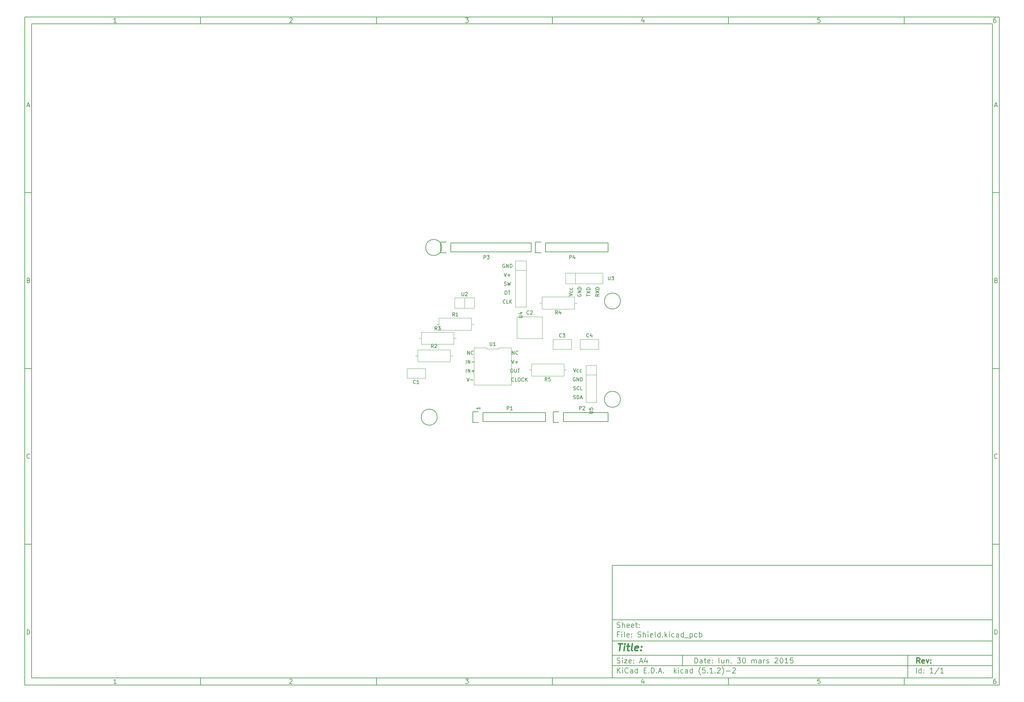
<source format=gbr>
G04 #@! TF.GenerationSoftware,KiCad,Pcbnew,(5.1.2)-2*
G04 #@! TF.CreationDate,2021-03-26T10:36:20+01:00*
G04 #@! TF.ProjectId,Shield,53686965-6c64-42e6-9b69-6361645f7063,rev?*
G04 #@! TF.SameCoordinates,Original*
G04 #@! TF.FileFunction,Legend,Top*
G04 #@! TF.FilePolarity,Positive*
%FSLAX46Y46*%
G04 Gerber Fmt 4.6, Leading zero omitted, Abs format (unit mm)*
G04 Created by KiCad (PCBNEW (5.1.2)-2) date 2021-03-26 10:36:20*
%MOMM*%
%LPD*%
G04 APERTURE LIST*
%ADD10C,0.100000*%
%ADD11C,0.150000*%
%ADD12C,0.300000*%
%ADD13C,0.400000*%
%ADD14C,0.120000*%
G04 APERTURE END LIST*
D10*
D11*
X177002200Y-166007200D02*
X177002200Y-198007200D01*
X285002200Y-198007200D01*
X285002200Y-166007200D01*
X177002200Y-166007200D01*
D10*
D11*
X10000000Y-10000000D02*
X10000000Y-200007200D01*
X287002200Y-200007200D01*
X287002200Y-10000000D01*
X10000000Y-10000000D01*
D10*
D11*
X12000000Y-12000000D02*
X12000000Y-198007200D01*
X285002200Y-198007200D01*
X285002200Y-12000000D01*
X12000000Y-12000000D01*
D10*
D11*
X60000000Y-12000000D02*
X60000000Y-10000000D01*
D10*
D11*
X110000000Y-12000000D02*
X110000000Y-10000000D01*
D10*
D11*
X160000000Y-12000000D02*
X160000000Y-10000000D01*
D10*
D11*
X210000000Y-12000000D02*
X210000000Y-10000000D01*
D10*
D11*
X260000000Y-12000000D02*
X260000000Y-10000000D01*
D10*
D11*
X36065476Y-11588095D02*
X35322619Y-11588095D01*
X35694047Y-11588095D02*
X35694047Y-10288095D01*
X35570238Y-10473809D01*
X35446428Y-10597619D01*
X35322619Y-10659523D01*
D10*
D11*
X85322619Y-10411904D02*
X85384523Y-10350000D01*
X85508333Y-10288095D01*
X85817857Y-10288095D01*
X85941666Y-10350000D01*
X86003571Y-10411904D01*
X86065476Y-10535714D01*
X86065476Y-10659523D01*
X86003571Y-10845238D01*
X85260714Y-11588095D01*
X86065476Y-11588095D01*
D10*
D11*
X135260714Y-10288095D02*
X136065476Y-10288095D01*
X135632142Y-10783333D01*
X135817857Y-10783333D01*
X135941666Y-10845238D01*
X136003571Y-10907142D01*
X136065476Y-11030952D01*
X136065476Y-11340476D01*
X136003571Y-11464285D01*
X135941666Y-11526190D01*
X135817857Y-11588095D01*
X135446428Y-11588095D01*
X135322619Y-11526190D01*
X135260714Y-11464285D01*
D10*
D11*
X185941666Y-10721428D02*
X185941666Y-11588095D01*
X185632142Y-10226190D02*
X185322619Y-11154761D01*
X186127380Y-11154761D01*
D10*
D11*
X236003571Y-10288095D02*
X235384523Y-10288095D01*
X235322619Y-10907142D01*
X235384523Y-10845238D01*
X235508333Y-10783333D01*
X235817857Y-10783333D01*
X235941666Y-10845238D01*
X236003571Y-10907142D01*
X236065476Y-11030952D01*
X236065476Y-11340476D01*
X236003571Y-11464285D01*
X235941666Y-11526190D01*
X235817857Y-11588095D01*
X235508333Y-11588095D01*
X235384523Y-11526190D01*
X235322619Y-11464285D01*
D10*
D11*
X285941666Y-10288095D02*
X285694047Y-10288095D01*
X285570238Y-10350000D01*
X285508333Y-10411904D01*
X285384523Y-10597619D01*
X285322619Y-10845238D01*
X285322619Y-11340476D01*
X285384523Y-11464285D01*
X285446428Y-11526190D01*
X285570238Y-11588095D01*
X285817857Y-11588095D01*
X285941666Y-11526190D01*
X286003571Y-11464285D01*
X286065476Y-11340476D01*
X286065476Y-11030952D01*
X286003571Y-10907142D01*
X285941666Y-10845238D01*
X285817857Y-10783333D01*
X285570238Y-10783333D01*
X285446428Y-10845238D01*
X285384523Y-10907142D01*
X285322619Y-11030952D01*
D10*
D11*
X60000000Y-198007200D02*
X60000000Y-200007200D01*
D10*
D11*
X110000000Y-198007200D02*
X110000000Y-200007200D01*
D10*
D11*
X160000000Y-198007200D02*
X160000000Y-200007200D01*
D10*
D11*
X210000000Y-198007200D02*
X210000000Y-200007200D01*
D10*
D11*
X260000000Y-198007200D02*
X260000000Y-200007200D01*
D10*
D11*
X36065476Y-199595295D02*
X35322619Y-199595295D01*
X35694047Y-199595295D02*
X35694047Y-198295295D01*
X35570238Y-198481009D01*
X35446428Y-198604819D01*
X35322619Y-198666723D01*
D10*
D11*
X85322619Y-198419104D02*
X85384523Y-198357200D01*
X85508333Y-198295295D01*
X85817857Y-198295295D01*
X85941666Y-198357200D01*
X86003571Y-198419104D01*
X86065476Y-198542914D01*
X86065476Y-198666723D01*
X86003571Y-198852438D01*
X85260714Y-199595295D01*
X86065476Y-199595295D01*
D10*
D11*
X135260714Y-198295295D02*
X136065476Y-198295295D01*
X135632142Y-198790533D01*
X135817857Y-198790533D01*
X135941666Y-198852438D01*
X136003571Y-198914342D01*
X136065476Y-199038152D01*
X136065476Y-199347676D01*
X136003571Y-199471485D01*
X135941666Y-199533390D01*
X135817857Y-199595295D01*
X135446428Y-199595295D01*
X135322619Y-199533390D01*
X135260714Y-199471485D01*
D10*
D11*
X185941666Y-198728628D02*
X185941666Y-199595295D01*
X185632142Y-198233390D02*
X185322619Y-199161961D01*
X186127380Y-199161961D01*
D10*
D11*
X236003571Y-198295295D02*
X235384523Y-198295295D01*
X235322619Y-198914342D01*
X235384523Y-198852438D01*
X235508333Y-198790533D01*
X235817857Y-198790533D01*
X235941666Y-198852438D01*
X236003571Y-198914342D01*
X236065476Y-199038152D01*
X236065476Y-199347676D01*
X236003571Y-199471485D01*
X235941666Y-199533390D01*
X235817857Y-199595295D01*
X235508333Y-199595295D01*
X235384523Y-199533390D01*
X235322619Y-199471485D01*
D10*
D11*
X285941666Y-198295295D02*
X285694047Y-198295295D01*
X285570238Y-198357200D01*
X285508333Y-198419104D01*
X285384523Y-198604819D01*
X285322619Y-198852438D01*
X285322619Y-199347676D01*
X285384523Y-199471485D01*
X285446428Y-199533390D01*
X285570238Y-199595295D01*
X285817857Y-199595295D01*
X285941666Y-199533390D01*
X286003571Y-199471485D01*
X286065476Y-199347676D01*
X286065476Y-199038152D01*
X286003571Y-198914342D01*
X285941666Y-198852438D01*
X285817857Y-198790533D01*
X285570238Y-198790533D01*
X285446428Y-198852438D01*
X285384523Y-198914342D01*
X285322619Y-199038152D01*
D10*
D11*
X10000000Y-60000000D02*
X12000000Y-60000000D01*
D10*
D11*
X10000000Y-110000000D02*
X12000000Y-110000000D01*
D10*
D11*
X10000000Y-160000000D02*
X12000000Y-160000000D01*
D10*
D11*
X10690476Y-35216666D02*
X11309523Y-35216666D01*
X10566666Y-35588095D02*
X11000000Y-34288095D01*
X11433333Y-35588095D01*
D10*
D11*
X11092857Y-84907142D02*
X11278571Y-84969047D01*
X11340476Y-85030952D01*
X11402380Y-85154761D01*
X11402380Y-85340476D01*
X11340476Y-85464285D01*
X11278571Y-85526190D01*
X11154761Y-85588095D01*
X10659523Y-85588095D01*
X10659523Y-84288095D01*
X11092857Y-84288095D01*
X11216666Y-84350000D01*
X11278571Y-84411904D01*
X11340476Y-84535714D01*
X11340476Y-84659523D01*
X11278571Y-84783333D01*
X11216666Y-84845238D01*
X11092857Y-84907142D01*
X10659523Y-84907142D01*
D10*
D11*
X11402380Y-135464285D02*
X11340476Y-135526190D01*
X11154761Y-135588095D01*
X11030952Y-135588095D01*
X10845238Y-135526190D01*
X10721428Y-135402380D01*
X10659523Y-135278571D01*
X10597619Y-135030952D01*
X10597619Y-134845238D01*
X10659523Y-134597619D01*
X10721428Y-134473809D01*
X10845238Y-134350000D01*
X11030952Y-134288095D01*
X11154761Y-134288095D01*
X11340476Y-134350000D01*
X11402380Y-134411904D01*
D10*
D11*
X10659523Y-185588095D02*
X10659523Y-184288095D01*
X10969047Y-184288095D01*
X11154761Y-184350000D01*
X11278571Y-184473809D01*
X11340476Y-184597619D01*
X11402380Y-184845238D01*
X11402380Y-185030952D01*
X11340476Y-185278571D01*
X11278571Y-185402380D01*
X11154761Y-185526190D01*
X10969047Y-185588095D01*
X10659523Y-185588095D01*
D10*
D11*
X287002200Y-60000000D02*
X285002200Y-60000000D01*
D10*
D11*
X287002200Y-110000000D02*
X285002200Y-110000000D01*
D10*
D11*
X287002200Y-160000000D02*
X285002200Y-160000000D01*
D10*
D11*
X285692676Y-35216666D02*
X286311723Y-35216666D01*
X285568866Y-35588095D02*
X286002200Y-34288095D01*
X286435533Y-35588095D01*
D10*
D11*
X286095057Y-84907142D02*
X286280771Y-84969047D01*
X286342676Y-85030952D01*
X286404580Y-85154761D01*
X286404580Y-85340476D01*
X286342676Y-85464285D01*
X286280771Y-85526190D01*
X286156961Y-85588095D01*
X285661723Y-85588095D01*
X285661723Y-84288095D01*
X286095057Y-84288095D01*
X286218866Y-84350000D01*
X286280771Y-84411904D01*
X286342676Y-84535714D01*
X286342676Y-84659523D01*
X286280771Y-84783333D01*
X286218866Y-84845238D01*
X286095057Y-84907142D01*
X285661723Y-84907142D01*
D10*
D11*
X286404580Y-135464285D02*
X286342676Y-135526190D01*
X286156961Y-135588095D01*
X286033152Y-135588095D01*
X285847438Y-135526190D01*
X285723628Y-135402380D01*
X285661723Y-135278571D01*
X285599819Y-135030952D01*
X285599819Y-134845238D01*
X285661723Y-134597619D01*
X285723628Y-134473809D01*
X285847438Y-134350000D01*
X286033152Y-134288095D01*
X286156961Y-134288095D01*
X286342676Y-134350000D01*
X286404580Y-134411904D01*
D10*
D11*
X285661723Y-185588095D02*
X285661723Y-184288095D01*
X285971247Y-184288095D01*
X286156961Y-184350000D01*
X286280771Y-184473809D01*
X286342676Y-184597619D01*
X286404580Y-184845238D01*
X286404580Y-185030952D01*
X286342676Y-185278571D01*
X286280771Y-185402380D01*
X286156961Y-185526190D01*
X285971247Y-185588095D01*
X285661723Y-185588095D01*
D10*
D11*
X200434342Y-193785771D02*
X200434342Y-192285771D01*
X200791485Y-192285771D01*
X201005771Y-192357200D01*
X201148628Y-192500057D01*
X201220057Y-192642914D01*
X201291485Y-192928628D01*
X201291485Y-193142914D01*
X201220057Y-193428628D01*
X201148628Y-193571485D01*
X201005771Y-193714342D01*
X200791485Y-193785771D01*
X200434342Y-193785771D01*
X202577200Y-193785771D02*
X202577200Y-193000057D01*
X202505771Y-192857200D01*
X202362914Y-192785771D01*
X202077200Y-192785771D01*
X201934342Y-192857200D01*
X202577200Y-193714342D02*
X202434342Y-193785771D01*
X202077200Y-193785771D01*
X201934342Y-193714342D01*
X201862914Y-193571485D01*
X201862914Y-193428628D01*
X201934342Y-193285771D01*
X202077200Y-193214342D01*
X202434342Y-193214342D01*
X202577200Y-193142914D01*
X203077200Y-192785771D02*
X203648628Y-192785771D01*
X203291485Y-192285771D02*
X203291485Y-193571485D01*
X203362914Y-193714342D01*
X203505771Y-193785771D01*
X203648628Y-193785771D01*
X204720057Y-193714342D02*
X204577200Y-193785771D01*
X204291485Y-193785771D01*
X204148628Y-193714342D01*
X204077200Y-193571485D01*
X204077200Y-193000057D01*
X204148628Y-192857200D01*
X204291485Y-192785771D01*
X204577200Y-192785771D01*
X204720057Y-192857200D01*
X204791485Y-193000057D01*
X204791485Y-193142914D01*
X204077200Y-193285771D01*
X205434342Y-193642914D02*
X205505771Y-193714342D01*
X205434342Y-193785771D01*
X205362914Y-193714342D01*
X205434342Y-193642914D01*
X205434342Y-193785771D01*
X205434342Y-192857200D02*
X205505771Y-192928628D01*
X205434342Y-193000057D01*
X205362914Y-192928628D01*
X205434342Y-192857200D01*
X205434342Y-193000057D01*
X207505771Y-193785771D02*
X207362914Y-193714342D01*
X207291485Y-193571485D01*
X207291485Y-192285771D01*
X208720057Y-192785771D02*
X208720057Y-193785771D01*
X208077200Y-192785771D02*
X208077200Y-193571485D01*
X208148628Y-193714342D01*
X208291485Y-193785771D01*
X208505771Y-193785771D01*
X208648628Y-193714342D01*
X208720057Y-193642914D01*
X209434342Y-192785771D02*
X209434342Y-193785771D01*
X209434342Y-192928628D02*
X209505771Y-192857200D01*
X209648628Y-192785771D01*
X209862914Y-192785771D01*
X210005771Y-192857200D01*
X210077200Y-193000057D01*
X210077200Y-193785771D01*
X210791485Y-193642914D02*
X210862914Y-193714342D01*
X210791485Y-193785771D01*
X210720057Y-193714342D01*
X210791485Y-193642914D01*
X210791485Y-193785771D01*
X212505771Y-192285771D02*
X213434342Y-192285771D01*
X212934342Y-192857200D01*
X213148628Y-192857200D01*
X213291485Y-192928628D01*
X213362914Y-193000057D01*
X213434342Y-193142914D01*
X213434342Y-193500057D01*
X213362914Y-193642914D01*
X213291485Y-193714342D01*
X213148628Y-193785771D01*
X212720057Y-193785771D01*
X212577200Y-193714342D01*
X212505771Y-193642914D01*
X214362914Y-192285771D02*
X214505771Y-192285771D01*
X214648628Y-192357200D01*
X214720057Y-192428628D01*
X214791485Y-192571485D01*
X214862914Y-192857200D01*
X214862914Y-193214342D01*
X214791485Y-193500057D01*
X214720057Y-193642914D01*
X214648628Y-193714342D01*
X214505771Y-193785771D01*
X214362914Y-193785771D01*
X214220057Y-193714342D01*
X214148628Y-193642914D01*
X214077200Y-193500057D01*
X214005771Y-193214342D01*
X214005771Y-192857200D01*
X214077200Y-192571485D01*
X214148628Y-192428628D01*
X214220057Y-192357200D01*
X214362914Y-192285771D01*
X216648628Y-193785771D02*
X216648628Y-192785771D01*
X216648628Y-192928628D02*
X216720057Y-192857200D01*
X216862914Y-192785771D01*
X217077200Y-192785771D01*
X217220057Y-192857200D01*
X217291485Y-193000057D01*
X217291485Y-193785771D01*
X217291485Y-193000057D02*
X217362914Y-192857200D01*
X217505771Y-192785771D01*
X217720057Y-192785771D01*
X217862914Y-192857200D01*
X217934342Y-193000057D01*
X217934342Y-193785771D01*
X219291485Y-193785771D02*
X219291485Y-193000057D01*
X219220057Y-192857200D01*
X219077200Y-192785771D01*
X218791485Y-192785771D01*
X218648628Y-192857200D01*
X219291485Y-193714342D02*
X219148628Y-193785771D01*
X218791485Y-193785771D01*
X218648628Y-193714342D01*
X218577200Y-193571485D01*
X218577200Y-193428628D01*
X218648628Y-193285771D01*
X218791485Y-193214342D01*
X219148628Y-193214342D01*
X219291485Y-193142914D01*
X220005771Y-193785771D02*
X220005771Y-192785771D01*
X220005771Y-193071485D02*
X220077200Y-192928628D01*
X220148628Y-192857200D01*
X220291485Y-192785771D01*
X220434342Y-192785771D01*
X220862914Y-193714342D02*
X221005771Y-193785771D01*
X221291485Y-193785771D01*
X221434342Y-193714342D01*
X221505771Y-193571485D01*
X221505771Y-193500057D01*
X221434342Y-193357200D01*
X221291485Y-193285771D01*
X221077200Y-193285771D01*
X220934342Y-193214342D01*
X220862914Y-193071485D01*
X220862914Y-193000057D01*
X220934342Y-192857200D01*
X221077200Y-192785771D01*
X221291485Y-192785771D01*
X221434342Y-192857200D01*
X223220057Y-192428628D02*
X223291485Y-192357200D01*
X223434342Y-192285771D01*
X223791485Y-192285771D01*
X223934342Y-192357200D01*
X224005771Y-192428628D01*
X224077200Y-192571485D01*
X224077200Y-192714342D01*
X224005771Y-192928628D01*
X223148628Y-193785771D01*
X224077200Y-193785771D01*
X225005771Y-192285771D02*
X225148628Y-192285771D01*
X225291485Y-192357200D01*
X225362914Y-192428628D01*
X225434342Y-192571485D01*
X225505771Y-192857200D01*
X225505771Y-193214342D01*
X225434342Y-193500057D01*
X225362914Y-193642914D01*
X225291485Y-193714342D01*
X225148628Y-193785771D01*
X225005771Y-193785771D01*
X224862914Y-193714342D01*
X224791485Y-193642914D01*
X224720057Y-193500057D01*
X224648628Y-193214342D01*
X224648628Y-192857200D01*
X224720057Y-192571485D01*
X224791485Y-192428628D01*
X224862914Y-192357200D01*
X225005771Y-192285771D01*
X226934342Y-193785771D02*
X226077200Y-193785771D01*
X226505771Y-193785771D02*
X226505771Y-192285771D01*
X226362914Y-192500057D01*
X226220057Y-192642914D01*
X226077200Y-192714342D01*
X228291485Y-192285771D02*
X227577200Y-192285771D01*
X227505771Y-193000057D01*
X227577200Y-192928628D01*
X227720057Y-192857200D01*
X228077200Y-192857200D01*
X228220057Y-192928628D01*
X228291485Y-193000057D01*
X228362914Y-193142914D01*
X228362914Y-193500057D01*
X228291485Y-193642914D01*
X228220057Y-193714342D01*
X228077200Y-193785771D01*
X227720057Y-193785771D01*
X227577200Y-193714342D01*
X227505771Y-193642914D01*
D10*
D11*
X177002200Y-194507200D02*
X285002200Y-194507200D01*
D10*
D11*
X178434342Y-196585771D02*
X178434342Y-195085771D01*
X179291485Y-196585771D02*
X178648628Y-195728628D01*
X179291485Y-195085771D02*
X178434342Y-195942914D01*
X179934342Y-196585771D02*
X179934342Y-195585771D01*
X179934342Y-195085771D02*
X179862914Y-195157200D01*
X179934342Y-195228628D01*
X180005771Y-195157200D01*
X179934342Y-195085771D01*
X179934342Y-195228628D01*
X181505771Y-196442914D02*
X181434342Y-196514342D01*
X181220057Y-196585771D01*
X181077200Y-196585771D01*
X180862914Y-196514342D01*
X180720057Y-196371485D01*
X180648628Y-196228628D01*
X180577200Y-195942914D01*
X180577200Y-195728628D01*
X180648628Y-195442914D01*
X180720057Y-195300057D01*
X180862914Y-195157200D01*
X181077200Y-195085771D01*
X181220057Y-195085771D01*
X181434342Y-195157200D01*
X181505771Y-195228628D01*
X182791485Y-196585771D02*
X182791485Y-195800057D01*
X182720057Y-195657200D01*
X182577200Y-195585771D01*
X182291485Y-195585771D01*
X182148628Y-195657200D01*
X182791485Y-196514342D02*
X182648628Y-196585771D01*
X182291485Y-196585771D01*
X182148628Y-196514342D01*
X182077200Y-196371485D01*
X182077200Y-196228628D01*
X182148628Y-196085771D01*
X182291485Y-196014342D01*
X182648628Y-196014342D01*
X182791485Y-195942914D01*
X184148628Y-196585771D02*
X184148628Y-195085771D01*
X184148628Y-196514342D02*
X184005771Y-196585771D01*
X183720057Y-196585771D01*
X183577200Y-196514342D01*
X183505771Y-196442914D01*
X183434342Y-196300057D01*
X183434342Y-195871485D01*
X183505771Y-195728628D01*
X183577200Y-195657200D01*
X183720057Y-195585771D01*
X184005771Y-195585771D01*
X184148628Y-195657200D01*
X186005771Y-195800057D02*
X186505771Y-195800057D01*
X186720057Y-196585771D02*
X186005771Y-196585771D01*
X186005771Y-195085771D01*
X186720057Y-195085771D01*
X187362914Y-196442914D02*
X187434342Y-196514342D01*
X187362914Y-196585771D01*
X187291485Y-196514342D01*
X187362914Y-196442914D01*
X187362914Y-196585771D01*
X188077200Y-196585771D02*
X188077200Y-195085771D01*
X188434342Y-195085771D01*
X188648628Y-195157200D01*
X188791485Y-195300057D01*
X188862914Y-195442914D01*
X188934342Y-195728628D01*
X188934342Y-195942914D01*
X188862914Y-196228628D01*
X188791485Y-196371485D01*
X188648628Y-196514342D01*
X188434342Y-196585771D01*
X188077200Y-196585771D01*
X189577200Y-196442914D02*
X189648628Y-196514342D01*
X189577200Y-196585771D01*
X189505771Y-196514342D01*
X189577200Y-196442914D01*
X189577200Y-196585771D01*
X190220057Y-196157200D02*
X190934342Y-196157200D01*
X190077200Y-196585771D02*
X190577200Y-195085771D01*
X191077200Y-196585771D01*
X191577200Y-196442914D02*
X191648628Y-196514342D01*
X191577200Y-196585771D01*
X191505771Y-196514342D01*
X191577200Y-196442914D01*
X191577200Y-196585771D01*
X194577200Y-196585771D02*
X194577200Y-195085771D01*
X194720057Y-196014342D02*
X195148628Y-196585771D01*
X195148628Y-195585771D02*
X194577200Y-196157200D01*
X195791485Y-196585771D02*
X195791485Y-195585771D01*
X195791485Y-195085771D02*
X195720057Y-195157200D01*
X195791485Y-195228628D01*
X195862914Y-195157200D01*
X195791485Y-195085771D01*
X195791485Y-195228628D01*
X197148628Y-196514342D02*
X197005771Y-196585771D01*
X196720057Y-196585771D01*
X196577200Y-196514342D01*
X196505771Y-196442914D01*
X196434342Y-196300057D01*
X196434342Y-195871485D01*
X196505771Y-195728628D01*
X196577200Y-195657200D01*
X196720057Y-195585771D01*
X197005771Y-195585771D01*
X197148628Y-195657200D01*
X198434342Y-196585771D02*
X198434342Y-195800057D01*
X198362914Y-195657200D01*
X198220057Y-195585771D01*
X197934342Y-195585771D01*
X197791485Y-195657200D01*
X198434342Y-196514342D02*
X198291485Y-196585771D01*
X197934342Y-196585771D01*
X197791485Y-196514342D01*
X197720057Y-196371485D01*
X197720057Y-196228628D01*
X197791485Y-196085771D01*
X197934342Y-196014342D01*
X198291485Y-196014342D01*
X198434342Y-195942914D01*
X199791485Y-196585771D02*
X199791485Y-195085771D01*
X199791485Y-196514342D02*
X199648628Y-196585771D01*
X199362914Y-196585771D01*
X199220057Y-196514342D01*
X199148628Y-196442914D01*
X199077200Y-196300057D01*
X199077200Y-195871485D01*
X199148628Y-195728628D01*
X199220057Y-195657200D01*
X199362914Y-195585771D01*
X199648628Y-195585771D01*
X199791485Y-195657200D01*
X202077200Y-197157200D02*
X202005771Y-197085771D01*
X201862914Y-196871485D01*
X201791485Y-196728628D01*
X201720057Y-196514342D01*
X201648628Y-196157200D01*
X201648628Y-195871485D01*
X201720057Y-195514342D01*
X201791485Y-195300057D01*
X201862914Y-195157200D01*
X202005771Y-194942914D01*
X202077200Y-194871485D01*
X203362914Y-195085771D02*
X202648628Y-195085771D01*
X202577200Y-195800057D01*
X202648628Y-195728628D01*
X202791485Y-195657200D01*
X203148628Y-195657200D01*
X203291485Y-195728628D01*
X203362914Y-195800057D01*
X203434342Y-195942914D01*
X203434342Y-196300057D01*
X203362914Y-196442914D01*
X203291485Y-196514342D01*
X203148628Y-196585771D01*
X202791485Y-196585771D01*
X202648628Y-196514342D01*
X202577200Y-196442914D01*
X204077200Y-196442914D02*
X204148628Y-196514342D01*
X204077200Y-196585771D01*
X204005771Y-196514342D01*
X204077200Y-196442914D01*
X204077200Y-196585771D01*
X205577200Y-196585771D02*
X204720057Y-196585771D01*
X205148628Y-196585771D02*
X205148628Y-195085771D01*
X205005771Y-195300057D01*
X204862914Y-195442914D01*
X204720057Y-195514342D01*
X206220057Y-196442914D02*
X206291485Y-196514342D01*
X206220057Y-196585771D01*
X206148628Y-196514342D01*
X206220057Y-196442914D01*
X206220057Y-196585771D01*
X206862914Y-195228628D02*
X206934342Y-195157200D01*
X207077200Y-195085771D01*
X207434342Y-195085771D01*
X207577200Y-195157200D01*
X207648628Y-195228628D01*
X207720057Y-195371485D01*
X207720057Y-195514342D01*
X207648628Y-195728628D01*
X206791485Y-196585771D01*
X207720057Y-196585771D01*
X208220057Y-197157200D02*
X208291485Y-197085771D01*
X208434342Y-196871485D01*
X208505771Y-196728628D01*
X208577200Y-196514342D01*
X208648628Y-196157200D01*
X208648628Y-195871485D01*
X208577200Y-195514342D01*
X208505771Y-195300057D01*
X208434342Y-195157200D01*
X208291485Y-194942914D01*
X208220057Y-194871485D01*
X209362914Y-196014342D02*
X210505771Y-196014342D01*
X211148628Y-195228628D02*
X211220057Y-195157200D01*
X211362914Y-195085771D01*
X211720057Y-195085771D01*
X211862914Y-195157200D01*
X211934342Y-195228628D01*
X212005771Y-195371485D01*
X212005771Y-195514342D01*
X211934342Y-195728628D01*
X211077200Y-196585771D01*
X212005771Y-196585771D01*
D10*
D11*
X177002200Y-191507200D02*
X285002200Y-191507200D01*
D10*
D12*
X264411485Y-193785771D02*
X263911485Y-193071485D01*
X263554342Y-193785771D02*
X263554342Y-192285771D01*
X264125771Y-192285771D01*
X264268628Y-192357200D01*
X264340057Y-192428628D01*
X264411485Y-192571485D01*
X264411485Y-192785771D01*
X264340057Y-192928628D01*
X264268628Y-193000057D01*
X264125771Y-193071485D01*
X263554342Y-193071485D01*
X265625771Y-193714342D02*
X265482914Y-193785771D01*
X265197200Y-193785771D01*
X265054342Y-193714342D01*
X264982914Y-193571485D01*
X264982914Y-193000057D01*
X265054342Y-192857200D01*
X265197200Y-192785771D01*
X265482914Y-192785771D01*
X265625771Y-192857200D01*
X265697200Y-193000057D01*
X265697200Y-193142914D01*
X264982914Y-193285771D01*
X266197200Y-192785771D02*
X266554342Y-193785771D01*
X266911485Y-192785771D01*
X267482914Y-193642914D02*
X267554342Y-193714342D01*
X267482914Y-193785771D01*
X267411485Y-193714342D01*
X267482914Y-193642914D01*
X267482914Y-193785771D01*
X267482914Y-192857200D02*
X267554342Y-192928628D01*
X267482914Y-193000057D01*
X267411485Y-192928628D01*
X267482914Y-192857200D01*
X267482914Y-193000057D01*
D10*
D11*
X178362914Y-193714342D02*
X178577200Y-193785771D01*
X178934342Y-193785771D01*
X179077200Y-193714342D01*
X179148628Y-193642914D01*
X179220057Y-193500057D01*
X179220057Y-193357200D01*
X179148628Y-193214342D01*
X179077200Y-193142914D01*
X178934342Y-193071485D01*
X178648628Y-193000057D01*
X178505771Y-192928628D01*
X178434342Y-192857200D01*
X178362914Y-192714342D01*
X178362914Y-192571485D01*
X178434342Y-192428628D01*
X178505771Y-192357200D01*
X178648628Y-192285771D01*
X179005771Y-192285771D01*
X179220057Y-192357200D01*
X179862914Y-193785771D02*
X179862914Y-192785771D01*
X179862914Y-192285771D02*
X179791485Y-192357200D01*
X179862914Y-192428628D01*
X179934342Y-192357200D01*
X179862914Y-192285771D01*
X179862914Y-192428628D01*
X180434342Y-192785771D02*
X181220057Y-192785771D01*
X180434342Y-193785771D01*
X181220057Y-193785771D01*
X182362914Y-193714342D02*
X182220057Y-193785771D01*
X181934342Y-193785771D01*
X181791485Y-193714342D01*
X181720057Y-193571485D01*
X181720057Y-193000057D01*
X181791485Y-192857200D01*
X181934342Y-192785771D01*
X182220057Y-192785771D01*
X182362914Y-192857200D01*
X182434342Y-193000057D01*
X182434342Y-193142914D01*
X181720057Y-193285771D01*
X183077200Y-193642914D02*
X183148628Y-193714342D01*
X183077200Y-193785771D01*
X183005771Y-193714342D01*
X183077200Y-193642914D01*
X183077200Y-193785771D01*
X183077200Y-192857200D02*
X183148628Y-192928628D01*
X183077200Y-193000057D01*
X183005771Y-192928628D01*
X183077200Y-192857200D01*
X183077200Y-193000057D01*
X184862914Y-193357200D02*
X185577200Y-193357200D01*
X184720057Y-193785771D02*
X185220057Y-192285771D01*
X185720057Y-193785771D01*
X186862914Y-192785771D02*
X186862914Y-193785771D01*
X186505771Y-192214342D02*
X186148628Y-193285771D01*
X187077200Y-193285771D01*
D10*
D11*
X263434342Y-196585771D02*
X263434342Y-195085771D01*
X264791485Y-196585771D02*
X264791485Y-195085771D01*
X264791485Y-196514342D02*
X264648628Y-196585771D01*
X264362914Y-196585771D01*
X264220057Y-196514342D01*
X264148628Y-196442914D01*
X264077200Y-196300057D01*
X264077200Y-195871485D01*
X264148628Y-195728628D01*
X264220057Y-195657200D01*
X264362914Y-195585771D01*
X264648628Y-195585771D01*
X264791485Y-195657200D01*
X265505771Y-196442914D02*
X265577200Y-196514342D01*
X265505771Y-196585771D01*
X265434342Y-196514342D01*
X265505771Y-196442914D01*
X265505771Y-196585771D01*
X265505771Y-195657200D02*
X265577200Y-195728628D01*
X265505771Y-195800057D01*
X265434342Y-195728628D01*
X265505771Y-195657200D01*
X265505771Y-195800057D01*
X268148628Y-196585771D02*
X267291485Y-196585771D01*
X267720057Y-196585771D02*
X267720057Y-195085771D01*
X267577200Y-195300057D01*
X267434342Y-195442914D01*
X267291485Y-195514342D01*
X269862914Y-195014342D02*
X268577200Y-196942914D01*
X271148628Y-196585771D02*
X270291485Y-196585771D01*
X270720057Y-196585771D02*
X270720057Y-195085771D01*
X270577200Y-195300057D01*
X270434342Y-195442914D01*
X270291485Y-195514342D01*
D10*
D11*
X177002200Y-187507200D02*
X285002200Y-187507200D01*
D10*
D13*
X178714580Y-188211961D02*
X179857438Y-188211961D01*
X179036009Y-190211961D02*
X179286009Y-188211961D01*
X180274104Y-190211961D02*
X180440771Y-188878628D01*
X180524104Y-188211961D02*
X180416961Y-188307200D01*
X180500295Y-188402438D01*
X180607438Y-188307200D01*
X180524104Y-188211961D01*
X180500295Y-188402438D01*
X181107438Y-188878628D02*
X181869342Y-188878628D01*
X181476485Y-188211961D02*
X181262200Y-189926247D01*
X181333628Y-190116723D01*
X181512200Y-190211961D01*
X181702676Y-190211961D01*
X182655057Y-190211961D02*
X182476485Y-190116723D01*
X182405057Y-189926247D01*
X182619342Y-188211961D01*
X184190771Y-190116723D02*
X183988390Y-190211961D01*
X183607438Y-190211961D01*
X183428866Y-190116723D01*
X183357438Y-189926247D01*
X183452676Y-189164342D01*
X183571723Y-188973866D01*
X183774104Y-188878628D01*
X184155057Y-188878628D01*
X184333628Y-188973866D01*
X184405057Y-189164342D01*
X184381247Y-189354819D01*
X183405057Y-189545295D01*
X185155057Y-190021485D02*
X185238390Y-190116723D01*
X185131247Y-190211961D01*
X185047914Y-190116723D01*
X185155057Y-190021485D01*
X185131247Y-190211961D01*
X185286009Y-188973866D02*
X185369342Y-189069104D01*
X185262200Y-189164342D01*
X185178866Y-189069104D01*
X185286009Y-188973866D01*
X185262200Y-189164342D01*
D10*
D11*
X178934342Y-185600057D02*
X178434342Y-185600057D01*
X178434342Y-186385771D02*
X178434342Y-184885771D01*
X179148628Y-184885771D01*
X179720057Y-186385771D02*
X179720057Y-185385771D01*
X179720057Y-184885771D02*
X179648628Y-184957200D01*
X179720057Y-185028628D01*
X179791485Y-184957200D01*
X179720057Y-184885771D01*
X179720057Y-185028628D01*
X180648628Y-186385771D02*
X180505771Y-186314342D01*
X180434342Y-186171485D01*
X180434342Y-184885771D01*
X181791485Y-186314342D02*
X181648628Y-186385771D01*
X181362914Y-186385771D01*
X181220057Y-186314342D01*
X181148628Y-186171485D01*
X181148628Y-185600057D01*
X181220057Y-185457200D01*
X181362914Y-185385771D01*
X181648628Y-185385771D01*
X181791485Y-185457200D01*
X181862914Y-185600057D01*
X181862914Y-185742914D01*
X181148628Y-185885771D01*
X182505771Y-186242914D02*
X182577200Y-186314342D01*
X182505771Y-186385771D01*
X182434342Y-186314342D01*
X182505771Y-186242914D01*
X182505771Y-186385771D01*
X182505771Y-185457200D02*
X182577200Y-185528628D01*
X182505771Y-185600057D01*
X182434342Y-185528628D01*
X182505771Y-185457200D01*
X182505771Y-185600057D01*
X184291485Y-186314342D02*
X184505771Y-186385771D01*
X184862914Y-186385771D01*
X185005771Y-186314342D01*
X185077200Y-186242914D01*
X185148628Y-186100057D01*
X185148628Y-185957200D01*
X185077200Y-185814342D01*
X185005771Y-185742914D01*
X184862914Y-185671485D01*
X184577200Y-185600057D01*
X184434342Y-185528628D01*
X184362914Y-185457200D01*
X184291485Y-185314342D01*
X184291485Y-185171485D01*
X184362914Y-185028628D01*
X184434342Y-184957200D01*
X184577200Y-184885771D01*
X184934342Y-184885771D01*
X185148628Y-184957200D01*
X185791485Y-186385771D02*
X185791485Y-184885771D01*
X186434342Y-186385771D02*
X186434342Y-185600057D01*
X186362914Y-185457200D01*
X186220057Y-185385771D01*
X186005771Y-185385771D01*
X185862914Y-185457200D01*
X185791485Y-185528628D01*
X187148628Y-186385771D02*
X187148628Y-185385771D01*
X187148628Y-184885771D02*
X187077200Y-184957200D01*
X187148628Y-185028628D01*
X187220057Y-184957200D01*
X187148628Y-184885771D01*
X187148628Y-185028628D01*
X188434342Y-186314342D02*
X188291485Y-186385771D01*
X188005771Y-186385771D01*
X187862914Y-186314342D01*
X187791485Y-186171485D01*
X187791485Y-185600057D01*
X187862914Y-185457200D01*
X188005771Y-185385771D01*
X188291485Y-185385771D01*
X188434342Y-185457200D01*
X188505771Y-185600057D01*
X188505771Y-185742914D01*
X187791485Y-185885771D01*
X189362914Y-186385771D02*
X189220057Y-186314342D01*
X189148628Y-186171485D01*
X189148628Y-184885771D01*
X190577200Y-186385771D02*
X190577200Y-184885771D01*
X190577200Y-186314342D02*
X190434342Y-186385771D01*
X190148628Y-186385771D01*
X190005771Y-186314342D01*
X189934342Y-186242914D01*
X189862914Y-186100057D01*
X189862914Y-185671485D01*
X189934342Y-185528628D01*
X190005771Y-185457200D01*
X190148628Y-185385771D01*
X190434342Y-185385771D01*
X190577200Y-185457200D01*
X191291485Y-186242914D02*
X191362914Y-186314342D01*
X191291485Y-186385771D01*
X191220057Y-186314342D01*
X191291485Y-186242914D01*
X191291485Y-186385771D01*
X192005771Y-186385771D02*
X192005771Y-184885771D01*
X192148628Y-185814342D02*
X192577200Y-186385771D01*
X192577200Y-185385771D02*
X192005771Y-185957200D01*
X193220057Y-186385771D02*
X193220057Y-185385771D01*
X193220057Y-184885771D02*
X193148628Y-184957200D01*
X193220057Y-185028628D01*
X193291485Y-184957200D01*
X193220057Y-184885771D01*
X193220057Y-185028628D01*
X194577200Y-186314342D02*
X194434342Y-186385771D01*
X194148628Y-186385771D01*
X194005771Y-186314342D01*
X193934342Y-186242914D01*
X193862914Y-186100057D01*
X193862914Y-185671485D01*
X193934342Y-185528628D01*
X194005771Y-185457200D01*
X194148628Y-185385771D01*
X194434342Y-185385771D01*
X194577200Y-185457200D01*
X195862914Y-186385771D02*
X195862914Y-185600057D01*
X195791485Y-185457200D01*
X195648628Y-185385771D01*
X195362914Y-185385771D01*
X195220057Y-185457200D01*
X195862914Y-186314342D02*
X195720057Y-186385771D01*
X195362914Y-186385771D01*
X195220057Y-186314342D01*
X195148628Y-186171485D01*
X195148628Y-186028628D01*
X195220057Y-185885771D01*
X195362914Y-185814342D01*
X195720057Y-185814342D01*
X195862914Y-185742914D01*
X197220057Y-186385771D02*
X197220057Y-184885771D01*
X197220057Y-186314342D02*
X197077200Y-186385771D01*
X196791485Y-186385771D01*
X196648628Y-186314342D01*
X196577200Y-186242914D01*
X196505771Y-186100057D01*
X196505771Y-185671485D01*
X196577200Y-185528628D01*
X196648628Y-185457200D01*
X196791485Y-185385771D01*
X197077200Y-185385771D01*
X197220057Y-185457200D01*
X197577200Y-186528628D02*
X198720057Y-186528628D01*
X199077200Y-185385771D02*
X199077200Y-186885771D01*
X199077200Y-185457200D02*
X199220057Y-185385771D01*
X199505771Y-185385771D01*
X199648628Y-185457200D01*
X199720057Y-185528628D01*
X199791485Y-185671485D01*
X199791485Y-186100057D01*
X199720057Y-186242914D01*
X199648628Y-186314342D01*
X199505771Y-186385771D01*
X199220057Y-186385771D01*
X199077200Y-186314342D01*
X201077200Y-186314342D02*
X200934342Y-186385771D01*
X200648628Y-186385771D01*
X200505771Y-186314342D01*
X200434342Y-186242914D01*
X200362914Y-186100057D01*
X200362914Y-185671485D01*
X200434342Y-185528628D01*
X200505771Y-185457200D01*
X200648628Y-185385771D01*
X200934342Y-185385771D01*
X201077200Y-185457200D01*
X201720057Y-186385771D02*
X201720057Y-184885771D01*
X201720057Y-185457200D02*
X201862914Y-185385771D01*
X202148628Y-185385771D01*
X202291485Y-185457200D01*
X202362914Y-185528628D01*
X202434342Y-185671485D01*
X202434342Y-186100057D01*
X202362914Y-186242914D01*
X202291485Y-186314342D01*
X202148628Y-186385771D01*
X201862914Y-186385771D01*
X201720057Y-186314342D01*
D10*
D11*
X177002200Y-181507200D02*
X285002200Y-181507200D01*
D10*
D11*
X178362914Y-183614342D02*
X178577200Y-183685771D01*
X178934342Y-183685771D01*
X179077200Y-183614342D01*
X179148628Y-183542914D01*
X179220057Y-183400057D01*
X179220057Y-183257200D01*
X179148628Y-183114342D01*
X179077200Y-183042914D01*
X178934342Y-182971485D01*
X178648628Y-182900057D01*
X178505771Y-182828628D01*
X178434342Y-182757200D01*
X178362914Y-182614342D01*
X178362914Y-182471485D01*
X178434342Y-182328628D01*
X178505771Y-182257200D01*
X178648628Y-182185771D01*
X179005771Y-182185771D01*
X179220057Y-182257200D01*
X179862914Y-183685771D02*
X179862914Y-182185771D01*
X180505771Y-183685771D02*
X180505771Y-182900057D01*
X180434342Y-182757200D01*
X180291485Y-182685771D01*
X180077200Y-182685771D01*
X179934342Y-182757200D01*
X179862914Y-182828628D01*
X181791485Y-183614342D02*
X181648628Y-183685771D01*
X181362914Y-183685771D01*
X181220057Y-183614342D01*
X181148628Y-183471485D01*
X181148628Y-182900057D01*
X181220057Y-182757200D01*
X181362914Y-182685771D01*
X181648628Y-182685771D01*
X181791485Y-182757200D01*
X181862914Y-182900057D01*
X181862914Y-183042914D01*
X181148628Y-183185771D01*
X183077200Y-183614342D02*
X182934342Y-183685771D01*
X182648628Y-183685771D01*
X182505771Y-183614342D01*
X182434342Y-183471485D01*
X182434342Y-182900057D01*
X182505771Y-182757200D01*
X182648628Y-182685771D01*
X182934342Y-182685771D01*
X183077200Y-182757200D01*
X183148628Y-182900057D01*
X183148628Y-183042914D01*
X182434342Y-183185771D01*
X183577200Y-182685771D02*
X184148628Y-182685771D01*
X183791485Y-182185771D02*
X183791485Y-183471485D01*
X183862914Y-183614342D01*
X184005771Y-183685771D01*
X184148628Y-183685771D01*
X184648628Y-183542914D02*
X184720057Y-183614342D01*
X184648628Y-183685771D01*
X184577200Y-183614342D01*
X184648628Y-183542914D01*
X184648628Y-183685771D01*
X184648628Y-182757200D02*
X184720057Y-182828628D01*
X184648628Y-182900057D01*
X184577200Y-182828628D01*
X184648628Y-182757200D01*
X184648628Y-182900057D01*
D10*
D11*
X197002200Y-191507200D02*
X197002200Y-194507200D01*
D10*
D11*
X261002200Y-191507200D02*
X261002200Y-198007200D01*
X139390380Y-120999285D02*
X139390380Y-121570714D01*
X139390380Y-121285000D02*
X138390380Y-121285000D01*
X138533238Y-121380238D01*
X138628476Y-121475476D01*
X138676095Y-121570714D01*
D14*
X173118000Y-101745000D02*
X173118000Y-104485000D01*
X167878000Y-101745000D02*
X167878000Y-104485000D01*
X167878000Y-104485000D02*
X173118000Y-104485000D01*
X167878000Y-101745000D02*
X173118000Y-101745000D01*
X141244667Y-104055000D02*
X137738000Y-104055000D01*
X141244667Y-104415000D02*
X141244667Y-104055000D01*
X144751333Y-104415000D02*
X141244667Y-104415000D01*
X144751333Y-104055000D02*
X144751333Y-104415000D01*
X148258000Y-104055000D02*
X144751333Y-104055000D01*
X148258000Y-114675000D02*
X148258000Y-104055000D01*
X137738000Y-114675000D02*
X148258000Y-114675000D01*
X137738000Y-104055000D02*
X137738000Y-114675000D01*
X172498000Y-111825000D02*
X169498000Y-111825000D01*
X169498000Y-109055000D02*
X172498000Y-109055000D01*
X169498000Y-119675000D02*
X169498000Y-109055000D01*
X172498000Y-119675000D02*
X169498000Y-119675000D01*
X172498000Y-109055000D02*
X172498000Y-119675000D01*
X152498000Y-82095000D02*
X149498000Y-82095000D01*
X149498000Y-79325000D02*
X152498000Y-79325000D01*
X149498000Y-92485000D02*
X149498000Y-79325000D01*
X152498000Y-92485000D02*
X149498000Y-92485000D01*
X152498000Y-79325000D02*
X152498000Y-92485000D01*
X166458000Y-82865000D02*
X166458000Y-85865000D01*
X163688000Y-85865000D02*
X163688000Y-82865000D01*
X174308000Y-85865000D02*
X163688000Y-85865000D01*
X174308000Y-82865000D02*
X174308000Y-85865000D01*
X163688000Y-82865000D02*
X174308000Y-82865000D01*
X134998000Y-92865000D02*
X134998000Y-89865000D01*
X137768000Y-89865000D02*
X137768000Y-92865000D01*
X132228000Y-89865000D02*
X137768000Y-89865000D01*
X132228000Y-92865000D02*
X132228000Y-89865000D01*
X137768000Y-92865000D02*
X132228000Y-92865000D01*
X153338000Y-110365000D02*
X154028000Y-110365000D01*
X163958000Y-110365000D02*
X163268000Y-110365000D01*
X154028000Y-112085000D02*
X163268000Y-112085000D01*
X154028000Y-108645000D02*
X154028000Y-112085000D01*
X163268000Y-108645000D02*
X154028000Y-108645000D01*
X163268000Y-112085000D02*
X163268000Y-108645000D01*
X156338000Y-91365000D02*
X157028000Y-91365000D01*
X166958000Y-91365000D02*
X166268000Y-91365000D01*
X157028000Y-93085000D02*
X166268000Y-93085000D01*
X157028000Y-89645000D02*
X157028000Y-93085000D01*
X166268000Y-89645000D02*
X157028000Y-89645000D01*
X166268000Y-93085000D02*
X166268000Y-89645000D01*
X132658000Y-101365000D02*
X131968000Y-101365000D01*
X122038000Y-101365000D02*
X122728000Y-101365000D01*
X131968000Y-99645000D02*
X122728000Y-99645000D01*
X131968000Y-103085000D02*
X131968000Y-99645000D01*
X122728000Y-103085000D02*
X131968000Y-103085000D01*
X122728000Y-99645000D02*
X122728000Y-103085000D01*
X131658000Y-106365000D02*
X130968000Y-106365000D01*
X121038000Y-106365000D02*
X121728000Y-106365000D01*
X130968000Y-104645000D02*
X121728000Y-104645000D01*
X130968000Y-108085000D02*
X130968000Y-104645000D01*
X121728000Y-108085000D02*
X130968000Y-108085000D01*
X121728000Y-104645000D02*
X121728000Y-108085000D01*
X137658000Y-97365000D02*
X136968000Y-97365000D01*
X127038000Y-97365000D02*
X127728000Y-97365000D01*
X136968000Y-95645000D02*
X127728000Y-95645000D01*
X136968000Y-99085000D02*
X136968000Y-95645000D01*
X127728000Y-99085000D02*
X136968000Y-99085000D01*
X127728000Y-95645000D02*
X127728000Y-99085000D01*
X165368000Y-101745000D02*
X165368000Y-104485000D01*
X160128000Y-101745000D02*
X160128000Y-104485000D01*
X160128000Y-104485000D02*
X165368000Y-104485000D01*
X160128000Y-101745000D02*
X165368000Y-101745000D01*
X157118000Y-95245000D02*
X157118000Y-101485000D01*
X149878000Y-95245000D02*
X149878000Y-101485000D01*
X149878000Y-101485000D02*
X157118000Y-101485000D01*
X149878000Y-95245000D02*
X157118000Y-95245000D01*
X118628000Y-112735000D02*
X118628000Y-109995000D01*
X123868000Y-112735000D02*
X123868000Y-109995000D01*
X123868000Y-109995000D02*
X118628000Y-109995000D01*
X123868000Y-112735000D02*
X118628000Y-112735000D01*
D11*
X140208000Y-125095000D02*
X157988000Y-125095000D01*
X157988000Y-125095000D02*
X157988000Y-122555000D01*
X157988000Y-122555000D02*
X140208000Y-122555000D01*
X137388000Y-125375000D02*
X138938000Y-125375000D01*
X140208000Y-125095000D02*
X140208000Y-122555000D01*
X138938000Y-122275000D02*
X137388000Y-122275000D01*
X137388000Y-122275000D02*
X137388000Y-125375000D01*
X163068000Y-125095000D02*
X175768000Y-125095000D01*
X175768000Y-125095000D02*
X175768000Y-122555000D01*
X175768000Y-122555000D02*
X163068000Y-122555000D01*
X160248000Y-125375000D02*
X161798000Y-125375000D01*
X163068000Y-125095000D02*
X163068000Y-122555000D01*
X161798000Y-122275000D02*
X160248000Y-122275000D01*
X160248000Y-122275000D02*
X160248000Y-125375000D01*
X131064000Y-76835000D02*
X153924000Y-76835000D01*
X153924000Y-76835000D02*
X153924000Y-74295000D01*
X153924000Y-74295000D02*
X131064000Y-74295000D01*
X128244000Y-77115000D02*
X129794000Y-77115000D01*
X131064000Y-76835000D02*
X131064000Y-74295000D01*
X129794000Y-74015000D02*
X128244000Y-74015000D01*
X128244000Y-74015000D02*
X128244000Y-77115000D01*
X157988000Y-76835000D02*
X175768000Y-76835000D01*
X175768000Y-76835000D02*
X175768000Y-74295000D01*
X175768000Y-74295000D02*
X157988000Y-74295000D01*
X155168000Y-77115000D02*
X156718000Y-77115000D01*
X157988000Y-76835000D02*
X157988000Y-74295000D01*
X156718000Y-74015000D02*
X155168000Y-74015000D01*
X155168000Y-74015000D02*
X155168000Y-77115000D01*
X127254000Y-123825000D02*
G75*
G03X127254000Y-123825000I-2286000J0D01*
G01*
X179324000Y-118745000D02*
G75*
G03X179324000Y-118745000I-2286000J0D01*
G01*
X128524000Y-75565000D02*
G75*
G03X128524000Y-75565000I-2286000J0D01*
G01*
X179324000Y-90805000D02*
G75*
G03X179324000Y-90805000I-2286000J0D01*
G01*
X170331333Y-100972142D02*
X170283714Y-101019761D01*
X170140857Y-101067380D01*
X170045619Y-101067380D01*
X169902761Y-101019761D01*
X169807523Y-100924523D01*
X169759904Y-100829285D01*
X169712285Y-100638809D01*
X169712285Y-100495952D01*
X169759904Y-100305476D01*
X169807523Y-100210238D01*
X169902761Y-100115000D01*
X170045619Y-100067380D01*
X170140857Y-100067380D01*
X170283714Y-100115000D01*
X170331333Y-100162619D01*
X171188476Y-100400714D02*
X171188476Y-101067380D01*
X170950380Y-100019761D02*
X170712285Y-100734047D01*
X171331333Y-100734047D01*
X142236095Y-102507380D02*
X142236095Y-103316904D01*
X142283714Y-103412142D01*
X142331333Y-103459761D01*
X142426571Y-103507380D01*
X142617047Y-103507380D01*
X142712285Y-103459761D01*
X142759904Y-103412142D01*
X142807523Y-103316904D01*
X142807523Y-102507380D01*
X143807523Y-103507380D02*
X143236095Y-103507380D01*
X143521809Y-103507380D02*
X143521809Y-102507380D01*
X143426571Y-102650238D01*
X143331333Y-102745476D01*
X143236095Y-102793095D01*
X135695619Y-112627380D02*
X136028952Y-113627380D01*
X136362285Y-112627380D01*
X136695619Y-113246428D02*
X137457523Y-113246428D01*
X135505142Y-111087380D02*
X135505142Y-110087380D01*
X135981333Y-111087380D02*
X135981333Y-110087380D01*
X136552761Y-111087380D01*
X136552761Y-110087380D01*
X137028952Y-110706428D02*
X137790857Y-110706428D01*
X137409904Y-111087380D02*
X137409904Y-110325476D01*
X135505142Y-108547380D02*
X135505142Y-107547380D01*
X135981333Y-108547380D02*
X135981333Y-107547380D01*
X136552761Y-108547380D01*
X136552761Y-107547380D01*
X137028952Y-108166428D02*
X137790857Y-108166428D01*
X148998952Y-113532142D02*
X148951333Y-113579761D01*
X148808476Y-113627380D01*
X148713238Y-113627380D01*
X148570380Y-113579761D01*
X148475142Y-113484523D01*
X148427523Y-113389285D01*
X148379904Y-113198809D01*
X148379904Y-113055952D01*
X148427523Y-112865476D01*
X148475142Y-112770238D01*
X148570380Y-112675000D01*
X148713238Y-112627380D01*
X148808476Y-112627380D01*
X148951333Y-112675000D01*
X148998952Y-112722619D01*
X149903714Y-113627380D02*
X149427523Y-113627380D01*
X149427523Y-112627380D01*
X150427523Y-112627380D02*
X150618000Y-112627380D01*
X150713238Y-112675000D01*
X150808476Y-112770238D01*
X150856095Y-112960714D01*
X150856095Y-113294047D01*
X150808476Y-113484523D01*
X150713238Y-113579761D01*
X150618000Y-113627380D01*
X150427523Y-113627380D01*
X150332285Y-113579761D01*
X150237047Y-113484523D01*
X150189428Y-113294047D01*
X150189428Y-112960714D01*
X150237047Y-112770238D01*
X150332285Y-112675000D01*
X150427523Y-112627380D01*
X151856095Y-113532142D02*
X151808476Y-113579761D01*
X151665619Y-113627380D01*
X151570380Y-113627380D01*
X151427523Y-113579761D01*
X151332285Y-113484523D01*
X151284666Y-113389285D01*
X151237047Y-113198809D01*
X151237047Y-113055952D01*
X151284666Y-112865476D01*
X151332285Y-112770238D01*
X151427523Y-112675000D01*
X151570380Y-112627380D01*
X151665619Y-112627380D01*
X151808476Y-112675000D01*
X151856095Y-112722619D01*
X152284666Y-113627380D02*
X152284666Y-112627380D01*
X152856095Y-113627380D02*
X152427523Y-113055952D01*
X152856095Y-112627380D02*
X152284666Y-113198809D01*
X148348000Y-110087380D02*
X148538476Y-110087380D01*
X148633714Y-110135000D01*
X148728952Y-110230238D01*
X148776571Y-110420714D01*
X148776571Y-110754047D01*
X148728952Y-110944523D01*
X148633714Y-111039761D01*
X148538476Y-111087380D01*
X148348000Y-111087380D01*
X148252761Y-111039761D01*
X148157523Y-110944523D01*
X148109904Y-110754047D01*
X148109904Y-110420714D01*
X148157523Y-110230238D01*
X148252761Y-110135000D01*
X148348000Y-110087380D01*
X149205142Y-110087380D02*
X149205142Y-110896904D01*
X149252761Y-110992142D01*
X149300380Y-111039761D01*
X149395619Y-111087380D01*
X149586095Y-111087380D01*
X149681333Y-111039761D01*
X149728952Y-110992142D01*
X149776571Y-110896904D01*
X149776571Y-110087380D01*
X150109904Y-110087380D02*
X150681333Y-110087380D01*
X150395619Y-111087380D02*
X150395619Y-110087380D01*
X148395619Y-107547380D02*
X148728952Y-108547380D01*
X149062285Y-107547380D01*
X149395619Y-108166428D02*
X150157523Y-108166428D01*
X149776571Y-108547380D02*
X149776571Y-107785476D01*
X148562285Y-106007380D02*
X148562285Y-105007380D01*
X149133714Y-106007380D01*
X149133714Y-105007380D01*
X150181333Y-105912142D02*
X150133714Y-105959761D01*
X149990857Y-106007380D01*
X149895619Y-106007380D01*
X149752761Y-105959761D01*
X149657523Y-105864523D01*
X149609904Y-105769285D01*
X149562285Y-105578809D01*
X149562285Y-105435952D01*
X149609904Y-105245476D01*
X149657523Y-105150238D01*
X149752761Y-105055000D01*
X149895619Y-105007380D01*
X149990857Y-105007380D01*
X150133714Y-105055000D01*
X150181333Y-105102619D01*
X135862285Y-106007380D02*
X135862285Y-105007380D01*
X136433714Y-106007380D01*
X136433714Y-105007380D01*
X137481333Y-105912142D02*
X137433714Y-105959761D01*
X137290857Y-106007380D01*
X137195619Y-106007380D01*
X137052761Y-105959761D01*
X136957523Y-105864523D01*
X136909904Y-105769285D01*
X136862285Y-105578809D01*
X136862285Y-105435952D01*
X136909904Y-105245476D01*
X136957523Y-105150238D01*
X137052761Y-105055000D01*
X137195619Y-105007380D01*
X137290857Y-105007380D01*
X137433714Y-105055000D01*
X137481333Y-105102619D01*
X170450380Y-122746904D02*
X171259904Y-122746904D01*
X171355142Y-122699285D01*
X171402761Y-122651666D01*
X171450380Y-122556428D01*
X171450380Y-122365952D01*
X171402761Y-122270714D01*
X171355142Y-122223095D01*
X171259904Y-122175476D01*
X170450380Y-122175476D01*
X170450380Y-121223095D02*
X170450380Y-121699285D01*
X170926571Y-121746904D01*
X170878952Y-121699285D01*
X170831333Y-121604047D01*
X170831333Y-121365952D01*
X170878952Y-121270714D01*
X170926571Y-121223095D01*
X171021809Y-121175476D01*
X171259904Y-121175476D01*
X171355142Y-121223095D01*
X171402761Y-121270714D01*
X171450380Y-121365952D01*
X171450380Y-121604047D01*
X171402761Y-121699285D01*
X171355142Y-121746904D01*
X165973714Y-118579761D02*
X166116571Y-118627380D01*
X166354666Y-118627380D01*
X166449904Y-118579761D01*
X166497523Y-118532142D01*
X166545142Y-118436904D01*
X166545142Y-118341666D01*
X166497523Y-118246428D01*
X166449904Y-118198809D01*
X166354666Y-118151190D01*
X166164190Y-118103571D01*
X166068952Y-118055952D01*
X166021333Y-118008333D01*
X165973714Y-117913095D01*
X165973714Y-117817857D01*
X166021333Y-117722619D01*
X166068952Y-117675000D01*
X166164190Y-117627380D01*
X166402285Y-117627380D01*
X166545142Y-117675000D01*
X166973714Y-118627380D02*
X166973714Y-117627380D01*
X167211809Y-117627380D01*
X167354666Y-117675000D01*
X167449904Y-117770238D01*
X167497523Y-117865476D01*
X167545142Y-118055952D01*
X167545142Y-118198809D01*
X167497523Y-118389285D01*
X167449904Y-118484523D01*
X167354666Y-118579761D01*
X167211809Y-118627380D01*
X166973714Y-118627380D01*
X167926095Y-118341666D02*
X168402285Y-118341666D01*
X167830857Y-118627380D02*
X168164190Y-117627380D01*
X168497523Y-118627380D01*
X165997523Y-116039761D02*
X166140380Y-116087380D01*
X166378476Y-116087380D01*
X166473714Y-116039761D01*
X166521333Y-115992142D01*
X166568952Y-115896904D01*
X166568952Y-115801666D01*
X166521333Y-115706428D01*
X166473714Y-115658809D01*
X166378476Y-115611190D01*
X166188000Y-115563571D01*
X166092761Y-115515952D01*
X166045142Y-115468333D01*
X165997523Y-115373095D01*
X165997523Y-115277857D01*
X166045142Y-115182619D01*
X166092761Y-115135000D01*
X166188000Y-115087380D01*
X166426095Y-115087380D01*
X166568952Y-115135000D01*
X167568952Y-115992142D02*
X167521333Y-116039761D01*
X167378476Y-116087380D01*
X167283238Y-116087380D01*
X167140380Y-116039761D01*
X167045142Y-115944523D01*
X166997523Y-115849285D01*
X166949904Y-115658809D01*
X166949904Y-115515952D01*
X166997523Y-115325476D01*
X167045142Y-115230238D01*
X167140380Y-115135000D01*
X167283238Y-115087380D01*
X167378476Y-115087380D01*
X167521333Y-115135000D01*
X167568952Y-115182619D01*
X168473714Y-116087380D02*
X167997523Y-116087380D01*
X167997523Y-115087380D01*
X166426095Y-112595000D02*
X166330857Y-112547380D01*
X166188000Y-112547380D01*
X166045142Y-112595000D01*
X165949904Y-112690238D01*
X165902285Y-112785476D01*
X165854666Y-112975952D01*
X165854666Y-113118809D01*
X165902285Y-113309285D01*
X165949904Y-113404523D01*
X166045142Y-113499761D01*
X166188000Y-113547380D01*
X166283238Y-113547380D01*
X166426095Y-113499761D01*
X166473714Y-113452142D01*
X166473714Y-113118809D01*
X166283238Y-113118809D01*
X166902285Y-113547380D02*
X166902285Y-112547380D01*
X167473714Y-113547380D01*
X167473714Y-112547380D01*
X167949904Y-113547380D02*
X167949904Y-112547380D01*
X168188000Y-112547380D01*
X168330857Y-112595000D01*
X168426095Y-112690238D01*
X168473714Y-112785476D01*
X168521333Y-112975952D01*
X168521333Y-113118809D01*
X168473714Y-113309285D01*
X168426095Y-113404523D01*
X168330857Y-113499761D01*
X168188000Y-113547380D01*
X167949904Y-113547380D01*
X165997523Y-110007380D02*
X166330857Y-111007380D01*
X166664190Y-110007380D01*
X167426095Y-110959761D02*
X167330857Y-111007380D01*
X167140380Y-111007380D01*
X167045142Y-110959761D01*
X166997523Y-110912142D01*
X166949904Y-110816904D01*
X166949904Y-110531190D01*
X166997523Y-110435952D01*
X167045142Y-110388333D01*
X167140380Y-110340714D01*
X167330857Y-110340714D01*
X167426095Y-110388333D01*
X168283238Y-110959761D02*
X168188000Y-111007380D01*
X167997523Y-111007380D01*
X167902285Y-110959761D01*
X167854666Y-110912142D01*
X167807047Y-110816904D01*
X167807047Y-110531190D01*
X167854666Y-110435952D01*
X167902285Y-110388333D01*
X167997523Y-110340714D01*
X168188000Y-110340714D01*
X168283238Y-110388333D01*
X150450380Y-95556904D02*
X151259904Y-95556904D01*
X151355142Y-95509285D01*
X151402761Y-95461666D01*
X151450380Y-95366428D01*
X151450380Y-95175952D01*
X151402761Y-95080714D01*
X151355142Y-95033095D01*
X151259904Y-94985476D01*
X150450380Y-94985476D01*
X150783714Y-94080714D02*
X151450380Y-94080714D01*
X150402761Y-94318809D02*
X151117047Y-94556904D01*
X151117047Y-93937857D01*
X146592761Y-91342142D02*
X146545142Y-91389761D01*
X146402285Y-91437380D01*
X146307047Y-91437380D01*
X146164190Y-91389761D01*
X146068952Y-91294523D01*
X146021333Y-91199285D01*
X145973714Y-91008809D01*
X145973714Y-90865952D01*
X146021333Y-90675476D01*
X146068952Y-90580238D01*
X146164190Y-90485000D01*
X146307047Y-90437380D01*
X146402285Y-90437380D01*
X146545142Y-90485000D01*
X146592761Y-90532619D01*
X147497523Y-91437380D02*
X147021333Y-91437380D01*
X147021333Y-90437380D01*
X147830857Y-91437380D02*
X147830857Y-90437380D01*
X148402285Y-91437380D02*
X147973714Y-90865952D01*
X148402285Y-90437380D02*
X147830857Y-91008809D01*
X146545142Y-88897380D02*
X146545142Y-87897380D01*
X146783238Y-87897380D01*
X146926095Y-87945000D01*
X147021333Y-88040238D01*
X147068952Y-88135476D01*
X147116571Y-88325952D01*
X147116571Y-88468809D01*
X147068952Y-88659285D01*
X147021333Y-88754523D01*
X146926095Y-88849761D01*
X146783238Y-88897380D01*
X146545142Y-88897380D01*
X147402285Y-87897380D02*
X147973714Y-87897380D01*
X147688000Y-88897380D02*
X147688000Y-87897380D01*
X146330857Y-86309761D02*
X146473714Y-86357380D01*
X146711809Y-86357380D01*
X146807047Y-86309761D01*
X146854666Y-86262142D01*
X146902285Y-86166904D01*
X146902285Y-86071666D01*
X146854666Y-85976428D01*
X146807047Y-85928809D01*
X146711809Y-85881190D01*
X146521333Y-85833571D01*
X146426095Y-85785952D01*
X146378476Y-85738333D01*
X146330857Y-85643095D01*
X146330857Y-85547857D01*
X146378476Y-85452619D01*
X146426095Y-85405000D01*
X146521333Y-85357380D01*
X146759428Y-85357380D01*
X146902285Y-85405000D01*
X147235619Y-85357380D02*
X147473714Y-86357380D01*
X147664190Y-85643095D01*
X147854666Y-86357380D01*
X148092761Y-85357380D01*
X146235619Y-82817380D02*
X146568952Y-83817380D01*
X146902285Y-82817380D01*
X147235619Y-83436428D02*
X147997523Y-83436428D01*
X147616571Y-83817380D02*
X147616571Y-83055476D01*
X146426095Y-80325000D02*
X146330857Y-80277380D01*
X146188000Y-80277380D01*
X146045142Y-80325000D01*
X145949904Y-80420238D01*
X145902285Y-80515476D01*
X145854666Y-80705952D01*
X145854666Y-80848809D01*
X145902285Y-81039285D01*
X145949904Y-81134523D01*
X146045142Y-81229761D01*
X146188000Y-81277380D01*
X146283238Y-81277380D01*
X146426095Y-81229761D01*
X146473714Y-81182142D01*
X146473714Y-80848809D01*
X146283238Y-80848809D01*
X146902285Y-81277380D02*
X146902285Y-80277380D01*
X147473714Y-81277380D01*
X147473714Y-80277380D01*
X147949904Y-81277380D02*
X147949904Y-80277380D01*
X148188000Y-80277380D01*
X148330857Y-80325000D01*
X148426095Y-80420238D01*
X148473714Y-80515476D01*
X148521333Y-80705952D01*
X148521333Y-80848809D01*
X148473714Y-81039285D01*
X148426095Y-81134523D01*
X148330857Y-81229761D01*
X148188000Y-81277380D01*
X147949904Y-81277380D01*
X175856095Y-83817380D02*
X175856095Y-84626904D01*
X175903714Y-84722142D01*
X175951333Y-84769761D01*
X176046571Y-84817380D01*
X176237047Y-84817380D01*
X176332285Y-84769761D01*
X176379904Y-84722142D01*
X176427523Y-84626904D01*
X176427523Y-83817380D01*
X176808476Y-83817380D02*
X177427523Y-83817380D01*
X177094190Y-84198333D01*
X177237047Y-84198333D01*
X177332285Y-84245952D01*
X177379904Y-84293571D01*
X177427523Y-84388809D01*
X177427523Y-84626904D01*
X177379904Y-84722142D01*
X177332285Y-84769761D01*
X177237047Y-84817380D01*
X176951333Y-84817380D01*
X176856095Y-84769761D01*
X176808476Y-84722142D01*
X173260380Y-88841666D02*
X172784190Y-89175000D01*
X173260380Y-89413095D02*
X172260380Y-89413095D01*
X172260380Y-89032142D01*
X172308000Y-88936904D01*
X172355619Y-88889285D01*
X172450857Y-88841666D01*
X172593714Y-88841666D01*
X172688952Y-88889285D01*
X172736571Y-88936904D01*
X172784190Y-89032142D01*
X172784190Y-89413095D01*
X172260380Y-88508333D02*
X173260380Y-87841666D01*
X172260380Y-87841666D02*
X173260380Y-88508333D01*
X173260380Y-87460714D02*
X172260380Y-87460714D01*
X172260380Y-87222619D01*
X172308000Y-87079761D01*
X172403238Y-86984523D01*
X172498476Y-86936904D01*
X172688952Y-86889285D01*
X172831809Y-86889285D01*
X173022285Y-86936904D01*
X173117523Y-86984523D01*
X173212761Y-87079761D01*
X173260380Y-87222619D01*
X173260380Y-87460714D01*
X169720380Y-89436904D02*
X169720380Y-88865476D01*
X170720380Y-89151190D02*
X169720380Y-89151190D01*
X169720380Y-88627380D02*
X170720380Y-87960714D01*
X169720380Y-87960714D02*
X170720380Y-88627380D01*
X170720380Y-87579761D02*
X169720380Y-87579761D01*
X169720380Y-87341666D01*
X169768000Y-87198809D01*
X169863238Y-87103571D01*
X169958476Y-87055952D01*
X170148952Y-87008333D01*
X170291809Y-87008333D01*
X170482285Y-87055952D01*
X170577523Y-87103571D01*
X170672761Y-87198809D01*
X170720380Y-87341666D01*
X170720380Y-87579761D01*
X167228000Y-88936904D02*
X167180380Y-89032142D01*
X167180380Y-89175000D01*
X167228000Y-89317857D01*
X167323238Y-89413095D01*
X167418476Y-89460714D01*
X167608952Y-89508333D01*
X167751809Y-89508333D01*
X167942285Y-89460714D01*
X168037523Y-89413095D01*
X168132761Y-89317857D01*
X168180380Y-89175000D01*
X168180380Y-89079761D01*
X168132761Y-88936904D01*
X168085142Y-88889285D01*
X167751809Y-88889285D01*
X167751809Y-89079761D01*
X168180380Y-88460714D02*
X167180380Y-88460714D01*
X168180380Y-87889285D01*
X167180380Y-87889285D01*
X168180380Y-87413095D02*
X167180380Y-87413095D01*
X167180380Y-87175000D01*
X167228000Y-87032142D01*
X167323238Y-86936904D01*
X167418476Y-86889285D01*
X167608952Y-86841666D01*
X167751809Y-86841666D01*
X167942285Y-86889285D01*
X168037523Y-86936904D01*
X168132761Y-87032142D01*
X168180380Y-87175000D01*
X168180380Y-87413095D01*
X164640380Y-89365476D02*
X165640380Y-89032142D01*
X164640380Y-88698809D01*
X165592761Y-87936904D02*
X165640380Y-88032142D01*
X165640380Y-88222619D01*
X165592761Y-88317857D01*
X165545142Y-88365476D01*
X165449904Y-88413095D01*
X165164190Y-88413095D01*
X165068952Y-88365476D01*
X165021333Y-88317857D01*
X164973714Y-88222619D01*
X164973714Y-88032142D01*
X165021333Y-87936904D01*
X165592761Y-87079761D02*
X165640380Y-87175000D01*
X165640380Y-87365476D01*
X165592761Y-87460714D01*
X165545142Y-87508333D01*
X165449904Y-87555952D01*
X165164190Y-87555952D01*
X165068952Y-87508333D01*
X165021333Y-87460714D01*
X164973714Y-87365476D01*
X164973714Y-87175000D01*
X165021333Y-87079761D01*
X134236095Y-88317380D02*
X134236095Y-89126904D01*
X134283714Y-89222142D01*
X134331333Y-89269761D01*
X134426571Y-89317380D01*
X134617047Y-89317380D01*
X134712285Y-89269761D01*
X134759904Y-89222142D01*
X134807523Y-89126904D01*
X134807523Y-88317380D01*
X135236095Y-88412619D02*
X135283714Y-88365000D01*
X135378952Y-88317380D01*
X135617047Y-88317380D01*
X135712285Y-88365000D01*
X135759904Y-88412619D01*
X135807523Y-88507857D01*
X135807523Y-88603095D01*
X135759904Y-88745952D01*
X135188476Y-89317380D01*
X135807523Y-89317380D01*
X158481333Y-113537380D02*
X158148000Y-113061190D01*
X157909904Y-113537380D02*
X157909904Y-112537380D01*
X158290857Y-112537380D01*
X158386095Y-112585000D01*
X158433714Y-112632619D01*
X158481333Y-112727857D01*
X158481333Y-112870714D01*
X158433714Y-112965952D01*
X158386095Y-113013571D01*
X158290857Y-113061190D01*
X157909904Y-113061190D01*
X159386095Y-112537380D02*
X158909904Y-112537380D01*
X158862285Y-113013571D01*
X158909904Y-112965952D01*
X159005142Y-112918333D01*
X159243238Y-112918333D01*
X159338476Y-112965952D01*
X159386095Y-113013571D01*
X159433714Y-113108809D01*
X159433714Y-113346904D01*
X159386095Y-113442142D01*
X159338476Y-113489761D01*
X159243238Y-113537380D01*
X159005142Y-113537380D01*
X158909904Y-113489761D01*
X158862285Y-113442142D01*
X161481333Y-94537380D02*
X161148000Y-94061190D01*
X160909904Y-94537380D02*
X160909904Y-93537380D01*
X161290857Y-93537380D01*
X161386095Y-93585000D01*
X161433714Y-93632619D01*
X161481333Y-93727857D01*
X161481333Y-93870714D01*
X161433714Y-93965952D01*
X161386095Y-94013571D01*
X161290857Y-94061190D01*
X160909904Y-94061190D01*
X162338476Y-93870714D02*
X162338476Y-94537380D01*
X162100380Y-93489761D02*
X161862285Y-94204047D01*
X162481333Y-94204047D01*
X127181333Y-99097380D02*
X126848000Y-98621190D01*
X126609904Y-99097380D02*
X126609904Y-98097380D01*
X126990857Y-98097380D01*
X127086095Y-98145000D01*
X127133714Y-98192619D01*
X127181333Y-98287857D01*
X127181333Y-98430714D01*
X127133714Y-98525952D01*
X127086095Y-98573571D01*
X126990857Y-98621190D01*
X126609904Y-98621190D01*
X127514666Y-98097380D02*
X128133714Y-98097380D01*
X127800380Y-98478333D01*
X127943238Y-98478333D01*
X128038476Y-98525952D01*
X128086095Y-98573571D01*
X128133714Y-98668809D01*
X128133714Y-98906904D01*
X128086095Y-99002142D01*
X128038476Y-99049761D01*
X127943238Y-99097380D01*
X127657523Y-99097380D01*
X127562285Y-99049761D01*
X127514666Y-99002142D01*
X126181333Y-104097380D02*
X125848000Y-103621190D01*
X125609904Y-104097380D02*
X125609904Y-103097380D01*
X125990857Y-103097380D01*
X126086095Y-103145000D01*
X126133714Y-103192619D01*
X126181333Y-103287857D01*
X126181333Y-103430714D01*
X126133714Y-103525952D01*
X126086095Y-103573571D01*
X125990857Y-103621190D01*
X125609904Y-103621190D01*
X126562285Y-103192619D02*
X126609904Y-103145000D01*
X126705142Y-103097380D01*
X126943238Y-103097380D01*
X127038476Y-103145000D01*
X127086095Y-103192619D01*
X127133714Y-103287857D01*
X127133714Y-103383095D01*
X127086095Y-103525952D01*
X126514666Y-104097380D01*
X127133714Y-104097380D01*
X132181333Y-95097380D02*
X131848000Y-94621190D01*
X131609904Y-95097380D02*
X131609904Y-94097380D01*
X131990857Y-94097380D01*
X132086095Y-94145000D01*
X132133714Y-94192619D01*
X132181333Y-94287857D01*
X132181333Y-94430714D01*
X132133714Y-94525952D01*
X132086095Y-94573571D01*
X131990857Y-94621190D01*
X131609904Y-94621190D01*
X133133714Y-95097380D02*
X132562285Y-95097380D01*
X132848000Y-95097380D02*
X132848000Y-94097380D01*
X132752761Y-94240238D01*
X132657523Y-94335476D01*
X132562285Y-94383095D01*
X162581333Y-100972142D02*
X162533714Y-101019761D01*
X162390857Y-101067380D01*
X162295619Y-101067380D01*
X162152761Y-101019761D01*
X162057523Y-100924523D01*
X162009904Y-100829285D01*
X161962285Y-100638809D01*
X161962285Y-100495952D01*
X162009904Y-100305476D01*
X162057523Y-100210238D01*
X162152761Y-100115000D01*
X162295619Y-100067380D01*
X162390857Y-100067380D01*
X162533714Y-100115000D01*
X162581333Y-100162619D01*
X162914666Y-100067380D02*
X163533714Y-100067380D01*
X163200380Y-100448333D01*
X163343238Y-100448333D01*
X163438476Y-100495952D01*
X163486095Y-100543571D01*
X163533714Y-100638809D01*
X163533714Y-100876904D01*
X163486095Y-100972142D01*
X163438476Y-101019761D01*
X163343238Y-101067380D01*
X163057523Y-101067380D01*
X162962285Y-101019761D01*
X162914666Y-100972142D01*
X153331333Y-94472142D02*
X153283714Y-94519761D01*
X153140857Y-94567380D01*
X153045619Y-94567380D01*
X152902761Y-94519761D01*
X152807523Y-94424523D01*
X152759904Y-94329285D01*
X152712285Y-94138809D01*
X152712285Y-93995952D01*
X152759904Y-93805476D01*
X152807523Y-93710238D01*
X152902761Y-93615000D01*
X153045619Y-93567380D01*
X153140857Y-93567380D01*
X153283714Y-93615000D01*
X153331333Y-93662619D01*
X153712285Y-93662619D02*
X153759904Y-93615000D01*
X153855142Y-93567380D01*
X154093238Y-93567380D01*
X154188476Y-93615000D01*
X154236095Y-93662619D01*
X154283714Y-93757857D01*
X154283714Y-93853095D01*
X154236095Y-93995952D01*
X153664666Y-94567380D01*
X154283714Y-94567380D01*
X121081333Y-114222142D02*
X121033714Y-114269761D01*
X120890857Y-114317380D01*
X120795619Y-114317380D01*
X120652761Y-114269761D01*
X120557523Y-114174523D01*
X120509904Y-114079285D01*
X120462285Y-113888809D01*
X120462285Y-113745952D01*
X120509904Y-113555476D01*
X120557523Y-113460238D01*
X120652761Y-113365000D01*
X120795619Y-113317380D01*
X120890857Y-113317380D01*
X121033714Y-113365000D01*
X121081333Y-113412619D01*
X122033714Y-114317380D02*
X121462285Y-114317380D01*
X121748000Y-114317380D02*
X121748000Y-113317380D01*
X121652761Y-113460238D01*
X121557523Y-113555476D01*
X121462285Y-113603095D01*
X147089904Y-121737380D02*
X147089904Y-120737380D01*
X147470857Y-120737380D01*
X147566095Y-120785000D01*
X147613714Y-120832619D01*
X147661333Y-120927857D01*
X147661333Y-121070714D01*
X147613714Y-121165952D01*
X147566095Y-121213571D01*
X147470857Y-121261190D01*
X147089904Y-121261190D01*
X148613714Y-121737380D02*
X148042285Y-121737380D01*
X148328000Y-121737380D02*
X148328000Y-120737380D01*
X148232761Y-120880238D01*
X148137523Y-120975476D01*
X148042285Y-121023095D01*
X167663904Y-121737380D02*
X167663904Y-120737380D01*
X168044857Y-120737380D01*
X168140095Y-120785000D01*
X168187714Y-120832619D01*
X168235333Y-120927857D01*
X168235333Y-121070714D01*
X168187714Y-121165952D01*
X168140095Y-121213571D01*
X168044857Y-121261190D01*
X167663904Y-121261190D01*
X168616285Y-120832619D02*
X168663904Y-120785000D01*
X168759142Y-120737380D01*
X168997238Y-120737380D01*
X169092476Y-120785000D01*
X169140095Y-120832619D01*
X169187714Y-120927857D01*
X169187714Y-121023095D01*
X169140095Y-121165952D01*
X168568666Y-121737380D01*
X169187714Y-121737380D01*
X140485904Y-78811380D02*
X140485904Y-77811380D01*
X140866857Y-77811380D01*
X140962095Y-77859000D01*
X141009714Y-77906619D01*
X141057333Y-78001857D01*
X141057333Y-78144714D01*
X141009714Y-78239952D01*
X140962095Y-78287571D01*
X140866857Y-78335190D01*
X140485904Y-78335190D01*
X141390666Y-77811380D02*
X142009714Y-77811380D01*
X141676380Y-78192333D01*
X141819238Y-78192333D01*
X141914476Y-78239952D01*
X141962095Y-78287571D01*
X142009714Y-78382809D01*
X142009714Y-78620904D01*
X141962095Y-78716142D01*
X141914476Y-78763761D01*
X141819238Y-78811380D01*
X141533523Y-78811380D01*
X141438285Y-78763761D01*
X141390666Y-78716142D01*
X164869904Y-78811380D02*
X164869904Y-77811380D01*
X165250857Y-77811380D01*
X165346095Y-77859000D01*
X165393714Y-77906619D01*
X165441333Y-78001857D01*
X165441333Y-78144714D01*
X165393714Y-78239952D01*
X165346095Y-78287571D01*
X165250857Y-78335190D01*
X164869904Y-78335190D01*
X166298476Y-78144714D02*
X166298476Y-78811380D01*
X166060380Y-77763761D02*
X165822285Y-78478047D01*
X166441333Y-78478047D01*
M02*

</source>
